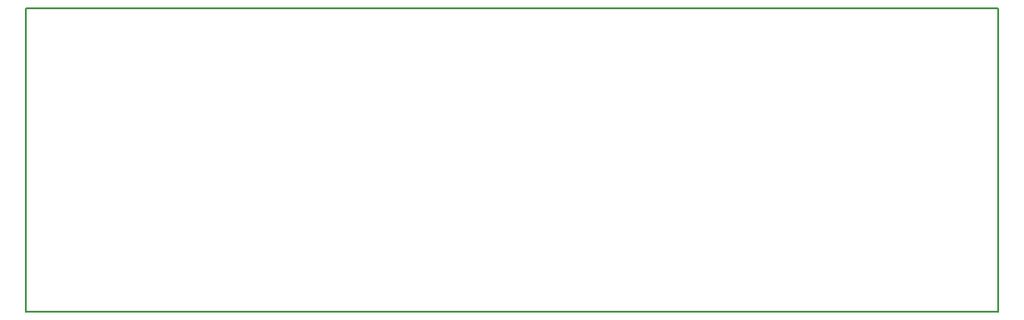
<source format=gm1>
G04 MADE WITH FRITZING*
G04 WWW.FRITZING.ORG*
G04 DOUBLE SIDED*
G04 HOLES PLATED*
G04 CONTOUR ON CENTER OF CONTOUR VECTOR*
%ASAXBY*%
%FSLAX23Y23*%
%MOIN*%
%OFA0B0*%
%SFA1.0B1.0*%
%ADD10R,3.523620X1.101940*%
%ADD11C,0.008000*%
%ADD10C,0.008*%
%LNCONTOUR*%
G90*
G70*
G54D10*
G54D11*
X4Y1098D02*
X3520Y1098D01*
X3520Y4D01*
X4Y4D01*
X4Y1098D01*
D02*
G04 End of contour*
M02*
</source>
